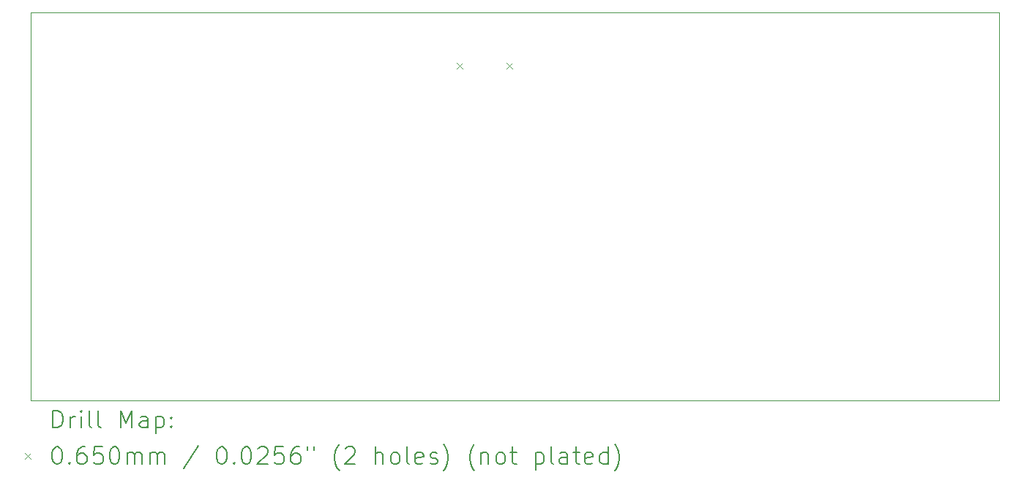
<source format=gbr>
%TF.GenerationSoftware,KiCad,Pcbnew,8.0.8*%
%TF.CreationDate,2025-01-24T14:07:33+01:00*%
%TF.ProjectId,pc1715-esp32vga,70633137-3135-42d6-9573-703332766761,2*%
%TF.SameCoordinates,Original*%
%TF.FileFunction,Drillmap*%
%TF.FilePolarity,Positive*%
%FSLAX45Y45*%
G04 Gerber Fmt 4.5, Leading zero omitted, Abs format (unit mm)*
G04 Created by KiCad (PCBNEW 8.0.8) date 2025-01-24 14:07:33*
%MOMM*%
%LPD*%
G01*
G04 APERTURE LIST*
%ADD10C,0.100000*%
%ADD11C,0.200000*%
G04 APERTURE END LIST*
D10*
X6000000Y-10000000D02*
X17200000Y-10000000D01*
X17200000Y-14500000D01*
X6000000Y-14500000D01*
X6000000Y-10000000D01*
D11*
D10*
X10925100Y-10591700D02*
X10990100Y-10656700D01*
X10990100Y-10591700D02*
X10925100Y-10656700D01*
X11503100Y-10591700D02*
X11568100Y-10656700D01*
X11568100Y-10591700D02*
X11503100Y-10656700D01*
D11*
X6255777Y-14816484D02*
X6255777Y-14616484D01*
X6255777Y-14616484D02*
X6303396Y-14616484D01*
X6303396Y-14616484D02*
X6331967Y-14626008D01*
X6331967Y-14626008D02*
X6351015Y-14645055D01*
X6351015Y-14645055D02*
X6360539Y-14664103D01*
X6360539Y-14664103D02*
X6370062Y-14702198D01*
X6370062Y-14702198D02*
X6370062Y-14730769D01*
X6370062Y-14730769D02*
X6360539Y-14768865D01*
X6360539Y-14768865D02*
X6351015Y-14787912D01*
X6351015Y-14787912D02*
X6331967Y-14806960D01*
X6331967Y-14806960D02*
X6303396Y-14816484D01*
X6303396Y-14816484D02*
X6255777Y-14816484D01*
X6455777Y-14816484D02*
X6455777Y-14683150D01*
X6455777Y-14721246D02*
X6465301Y-14702198D01*
X6465301Y-14702198D02*
X6474824Y-14692674D01*
X6474824Y-14692674D02*
X6493872Y-14683150D01*
X6493872Y-14683150D02*
X6512920Y-14683150D01*
X6579586Y-14816484D02*
X6579586Y-14683150D01*
X6579586Y-14616484D02*
X6570062Y-14626008D01*
X6570062Y-14626008D02*
X6579586Y-14635531D01*
X6579586Y-14635531D02*
X6589110Y-14626008D01*
X6589110Y-14626008D02*
X6579586Y-14616484D01*
X6579586Y-14616484D02*
X6579586Y-14635531D01*
X6703396Y-14816484D02*
X6684348Y-14806960D01*
X6684348Y-14806960D02*
X6674824Y-14787912D01*
X6674824Y-14787912D02*
X6674824Y-14616484D01*
X6808158Y-14816484D02*
X6789110Y-14806960D01*
X6789110Y-14806960D02*
X6779586Y-14787912D01*
X6779586Y-14787912D02*
X6779586Y-14616484D01*
X7036729Y-14816484D02*
X7036729Y-14616484D01*
X7036729Y-14616484D02*
X7103396Y-14759341D01*
X7103396Y-14759341D02*
X7170062Y-14616484D01*
X7170062Y-14616484D02*
X7170062Y-14816484D01*
X7351015Y-14816484D02*
X7351015Y-14711722D01*
X7351015Y-14711722D02*
X7341491Y-14692674D01*
X7341491Y-14692674D02*
X7322443Y-14683150D01*
X7322443Y-14683150D02*
X7284348Y-14683150D01*
X7284348Y-14683150D02*
X7265301Y-14692674D01*
X7351015Y-14806960D02*
X7331967Y-14816484D01*
X7331967Y-14816484D02*
X7284348Y-14816484D01*
X7284348Y-14816484D02*
X7265301Y-14806960D01*
X7265301Y-14806960D02*
X7255777Y-14787912D01*
X7255777Y-14787912D02*
X7255777Y-14768865D01*
X7255777Y-14768865D02*
X7265301Y-14749817D01*
X7265301Y-14749817D02*
X7284348Y-14740293D01*
X7284348Y-14740293D02*
X7331967Y-14740293D01*
X7331967Y-14740293D02*
X7351015Y-14730769D01*
X7446253Y-14683150D02*
X7446253Y-14883150D01*
X7446253Y-14692674D02*
X7465301Y-14683150D01*
X7465301Y-14683150D02*
X7503396Y-14683150D01*
X7503396Y-14683150D02*
X7522443Y-14692674D01*
X7522443Y-14692674D02*
X7531967Y-14702198D01*
X7531967Y-14702198D02*
X7541491Y-14721246D01*
X7541491Y-14721246D02*
X7541491Y-14778388D01*
X7541491Y-14778388D02*
X7531967Y-14797436D01*
X7531967Y-14797436D02*
X7522443Y-14806960D01*
X7522443Y-14806960D02*
X7503396Y-14816484D01*
X7503396Y-14816484D02*
X7465301Y-14816484D01*
X7465301Y-14816484D02*
X7446253Y-14806960D01*
X7627205Y-14797436D02*
X7636729Y-14806960D01*
X7636729Y-14806960D02*
X7627205Y-14816484D01*
X7627205Y-14816484D02*
X7617682Y-14806960D01*
X7617682Y-14806960D02*
X7627205Y-14797436D01*
X7627205Y-14797436D02*
X7627205Y-14816484D01*
X7627205Y-14692674D02*
X7636729Y-14702198D01*
X7636729Y-14702198D02*
X7627205Y-14711722D01*
X7627205Y-14711722D02*
X7617682Y-14702198D01*
X7617682Y-14702198D02*
X7627205Y-14692674D01*
X7627205Y-14692674D02*
X7627205Y-14711722D01*
D10*
X5930000Y-15112500D02*
X5995000Y-15177500D01*
X5995000Y-15112500D02*
X5930000Y-15177500D01*
D11*
X6293872Y-15036484D02*
X6312920Y-15036484D01*
X6312920Y-15036484D02*
X6331967Y-15046008D01*
X6331967Y-15046008D02*
X6341491Y-15055531D01*
X6341491Y-15055531D02*
X6351015Y-15074579D01*
X6351015Y-15074579D02*
X6360539Y-15112674D01*
X6360539Y-15112674D02*
X6360539Y-15160293D01*
X6360539Y-15160293D02*
X6351015Y-15198388D01*
X6351015Y-15198388D02*
X6341491Y-15217436D01*
X6341491Y-15217436D02*
X6331967Y-15226960D01*
X6331967Y-15226960D02*
X6312920Y-15236484D01*
X6312920Y-15236484D02*
X6293872Y-15236484D01*
X6293872Y-15236484D02*
X6274824Y-15226960D01*
X6274824Y-15226960D02*
X6265301Y-15217436D01*
X6265301Y-15217436D02*
X6255777Y-15198388D01*
X6255777Y-15198388D02*
X6246253Y-15160293D01*
X6246253Y-15160293D02*
X6246253Y-15112674D01*
X6246253Y-15112674D02*
X6255777Y-15074579D01*
X6255777Y-15074579D02*
X6265301Y-15055531D01*
X6265301Y-15055531D02*
X6274824Y-15046008D01*
X6274824Y-15046008D02*
X6293872Y-15036484D01*
X6446253Y-15217436D02*
X6455777Y-15226960D01*
X6455777Y-15226960D02*
X6446253Y-15236484D01*
X6446253Y-15236484D02*
X6436729Y-15226960D01*
X6436729Y-15226960D02*
X6446253Y-15217436D01*
X6446253Y-15217436D02*
X6446253Y-15236484D01*
X6627205Y-15036484D02*
X6589110Y-15036484D01*
X6589110Y-15036484D02*
X6570062Y-15046008D01*
X6570062Y-15046008D02*
X6560539Y-15055531D01*
X6560539Y-15055531D02*
X6541491Y-15084103D01*
X6541491Y-15084103D02*
X6531967Y-15122198D01*
X6531967Y-15122198D02*
X6531967Y-15198388D01*
X6531967Y-15198388D02*
X6541491Y-15217436D01*
X6541491Y-15217436D02*
X6551015Y-15226960D01*
X6551015Y-15226960D02*
X6570062Y-15236484D01*
X6570062Y-15236484D02*
X6608158Y-15236484D01*
X6608158Y-15236484D02*
X6627205Y-15226960D01*
X6627205Y-15226960D02*
X6636729Y-15217436D01*
X6636729Y-15217436D02*
X6646253Y-15198388D01*
X6646253Y-15198388D02*
X6646253Y-15150769D01*
X6646253Y-15150769D02*
X6636729Y-15131722D01*
X6636729Y-15131722D02*
X6627205Y-15122198D01*
X6627205Y-15122198D02*
X6608158Y-15112674D01*
X6608158Y-15112674D02*
X6570062Y-15112674D01*
X6570062Y-15112674D02*
X6551015Y-15122198D01*
X6551015Y-15122198D02*
X6541491Y-15131722D01*
X6541491Y-15131722D02*
X6531967Y-15150769D01*
X6827205Y-15036484D02*
X6731967Y-15036484D01*
X6731967Y-15036484D02*
X6722443Y-15131722D01*
X6722443Y-15131722D02*
X6731967Y-15122198D01*
X6731967Y-15122198D02*
X6751015Y-15112674D01*
X6751015Y-15112674D02*
X6798634Y-15112674D01*
X6798634Y-15112674D02*
X6817682Y-15122198D01*
X6817682Y-15122198D02*
X6827205Y-15131722D01*
X6827205Y-15131722D02*
X6836729Y-15150769D01*
X6836729Y-15150769D02*
X6836729Y-15198388D01*
X6836729Y-15198388D02*
X6827205Y-15217436D01*
X6827205Y-15217436D02*
X6817682Y-15226960D01*
X6817682Y-15226960D02*
X6798634Y-15236484D01*
X6798634Y-15236484D02*
X6751015Y-15236484D01*
X6751015Y-15236484D02*
X6731967Y-15226960D01*
X6731967Y-15226960D02*
X6722443Y-15217436D01*
X6960539Y-15036484D02*
X6979586Y-15036484D01*
X6979586Y-15036484D02*
X6998634Y-15046008D01*
X6998634Y-15046008D02*
X7008158Y-15055531D01*
X7008158Y-15055531D02*
X7017682Y-15074579D01*
X7017682Y-15074579D02*
X7027205Y-15112674D01*
X7027205Y-15112674D02*
X7027205Y-15160293D01*
X7027205Y-15160293D02*
X7017682Y-15198388D01*
X7017682Y-15198388D02*
X7008158Y-15217436D01*
X7008158Y-15217436D02*
X6998634Y-15226960D01*
X6998634Y-15226960D02*
X6979586Y-15236484D01*
X6979586Y-15236484D02*
X6960539Y-15236484D01*
X6960539Y-15236484D02*
X6941491Y-15226960D01*
X6941491Y-15226960D02*
X6931967Y-15217436D01*
X6931967Y-15217436D02*
X6922443Y-15198388D01*
X6922443Y-15198388D02*
X6912920Y-15160293D01*
X6912920Y-15160293D02*
X6912920Y-15112674D01*
X6912920Y-15112674D02*
X6922443Y-15074579D01*
X6922443Y-15074579D02*
X6931967Y-15055531D01*
X6931967Y-15055531D02*
X6941491Y-15046008D01*
X6941491Y-15046008D02*
X6960539Y-15036484D01*
X7112920Y-15236484D02*
X7112920Y-15103150D01*
X7112920Y-15122198D02*
X7122443Y-15112674D01*
X7122443Y-15112674D02*
X7141491Y-15103150D01*
X7141491Y-15103150D02*
X7170063Y-15103150D01*
X7170063Y-15103150D02*
X7189110Y-15112674D01*
X7189110Y-15112674D02*
X7198634Y-15131722D01*
X7198634Y-15131722D02*
X7198634Y-15236484D01*
X7198634Y-15131722D02*
X7208158Y-15112674D01*
X7208158Y-15112674D02*
X7227205Y-15103150D01*
X7227205Y-15103150D02*
X7255777Y-15103150D01*
X7255777Y-15103150D02*
X7274824Y-15112674D01*
X7274824Y-15112674D02*
X7284348Y-15131722D01*
X7284348Y-15131722D02*
X7284348Y-15236484D01*
X7379586Y-15236484D02*
X7379586Y-15103150D01*
X7379586Y-15122198D02*
X7389110Y-15112674D01*
X7389110Y-15112674D02*
X7408158Y-15103150D01*
X7408158Y-15103150D02*
X7436729Y-15103150D01*
X7436729Y-15103150D02*
X7455777Y-15112674D01*
X7455777Y-15112674D02*
X7465301Y-15131722D01*
X7465301Y-15131722D02*
X7465301Y-15236484D01*
X7465301Y-15131722D02*
X7474824Y-15112674D01*
X7474824Y-15112674D02*
X7493872Y-15103150D01*
X7493872Y-15103150D02*
X7522443Y-15103150D01*
X7522443Y-15103150D02*
X7541491Y-15112674D01*
X7541491Y-15112674D02*
X7551015Y-15131722D01*
X7551015Y-15131722D02*
X7551015Y-15236484D01*
X7941491Y-15026960D02*
X7770063Y-15284103D01*
X8198634Y-15036484D02*
X8217682Y-15036484D01*
X8217682Y-15036484D02*
X8236729Y-15046008D01*
X8236729Y-15046008D02*
X8246253Y-15055531D01*
X8246253Y-15055531D02*
X8255777Y-15074579D01*
X8255777Y-15074579D02*
X8265301Y-15112674D01*
X8265301Y-15112674D02*
X8265301Y-15160293D01*
X8265301Y-15160293D02*
X8255777Y-15198388D01*
X8255777Y-15198388D02*
X8246253Y-15217436D01*
X8246253Y-15217436D02*
X8236729Y-15226960D01*
X8236729Y-15226960D02*
X8217682Y-15236484D01*
X8217682Y-15236484D02*
X8198634Y-15236484D01*
X8198634Y-15236484D02*
X8179586Y-15226960D01*
X8179586Y-15226960D02*
X8170063Y-15217436D01*
X8170063Y-15217436D02*
X8160539Y-15198388D01*
X8160539Y-15198388D02*
X8151015Y-15160293D01*
X8151015Y-15160293D02*
X8151015Y-15112674D01*
X8151015Y-15112674D02*
X8160539Y-15074579D01*
X8160539Y-15074579D02*
X8170063Y-15055531D01*
X8170063Y-15055531D02*
X8179586Y-15046008D01*
X8179586Y-15046008D02*
X8198634Y-15036484D01*
X8351015Y-15217436D02*
X8360539Y-15226960D01*
X8360539Y-15226960D02*
X8351015Y-15236484D01*
X8351015Y-15236484D02*
X8341491Y-15226960D01*
X8341491Y-15226960D02*
X8351015Y-15217436D01*
X8351015Y-15217436D02*
X8351015Y-15236484D01*
X8484348Y-15036484D02*
X8503396Y-15036484D01*
X8503396Y-15036484D02*
X8522444Y-15046008D01*
X8522444Y-15046008D02*
X8531968Y-15055531D01*
X8531968Y-15055531D02*
X8541491Y-15074579D01*
X8541491Y-15074579D02*
X8551015Y-15112674D01*
X8551015Y-15112674D02*
X8551015Y-15160293D01*
X8551015Y-15160293D02*
X8541491Y-15198388D01*
X8541491Y-15198388D02*
X8531968Y-15217436D01*
X8531968Y-15217436D02*
X8522444Y-15226960D01*
X8522444Y-15226960D02*
X8503396Y-15236484D01*
X8503396Y-15236484D02*
X8484348Y-15236484D01*
X8484348Y-15236484D02*
X8465301Y-15226960D01*
X8465301Y-15226960D02*
X8455777Y-15217436D01*
X8455777Y-15217436D02*
X8446253Y-15198388D01*
X8446253Y-15198388D02*
X8436729Y-15160293D01*
X8436729Y-15160293D02*
X8436729Y-15112674D01*
X8436729Y-15112674D02*
X8446253Y-15074579D01*
X8446253Y-15074579D02*
X8455777Y-15055531D01*
X8455777Y-15055531D02*
X8465301Y-15046008D01*
X8465301Y-15046008D02*
X8484348Y-15036484D01*
X8627206Y-15055531D02*
X8636729Y-15046008D01*
X8636729Y-15046008D02*
X8655777Y-15036484D01*
X8655777Y-15036484D02*
X8703396Y-15036484D01*
X8703396Y-15036484D02*
X8722444Y-15046008D01*
X8722444Y-15046008D02*
X8731968Y-15055531D01*
X8731968Y-15055531D02*
X8741491Y-15074579D01*
X8741491Y-15074579D02*
X8741491Y-15093627D01*
X8741491Y-15093627D02*
X8731968Y-15122198D01*
X8731968Y-15122198D02*
X8617682Y-15236484D01*
X8617682Y-15236484D02*
X8741491Y-15236484D01*
X8922444Y-15036484D02*
X8827206Y-15036484D01*
X8827206Y-15036484D02*
X8817682Y-15131722D01*
X8817682Y-15131722D02*
X8827206Y-15122198D01*
X8827206Y-15122198D02*
X8846253Y-15112674D01*
X8846253Y-15112674D02*
X8893872Y-15112674D01*
X8893872Y-15112674D02*
X8912920Y-15122198D01*
X8912920Y-15122198D02*
X8922444Y-15131722D01*
X8922444Y-15131722D02*
X8931968Y-15150769D01*
X8931968Y-15150769D02*
X8931968Y-15198388D01*
X8931968Y-15198388D02*
X8922444Y-15217436D01*
X8922444Y-15217436D02*
X8912920Y-15226960D01*
X8912920Y-15226960D02*
X8893872Y-15236484D01*
X8893872Y-15236484D02*
X8846253Y-15236484D01*
X8846253Y-15236484D02*
X8827206Y-15226960D01*
X8827206Y-15226960D02*
X8817682Y-15217436D01*
X9103396Y-15036484D02*
X9065301Y-15036484D01*
X9065301Y-15036484D02*
X9046253Y-15046008D01*
X9046253Y-15046008D02*
X9036729Y-15055531D01*
X9036729Y-15055531D02*
X9017682Y-15084103D01*
X9017682Y-15084103D02*
X9008158Y-15122198D01*
X9008158Y-15122198D02*
X9008158Y-15198388D01*
X9008158Y-15198388D02*
X9017682Y-15217436D01*
X9017682Y-15217436D02*
X9027206Y-15226960D01*
X9027206Y-15226960D02*
X9046253Y-15236484D01*
X9046253Y-15236484D02*
X9084349Y-15236484D01*
X9084349Y-15236484D02*
X9103396Y-15226960D01*
X9103396Y-15226960D02*
X9112920Y-15217436D01*
X9112920Y-15217436D02*
X9122444Y-15198388D01*
X9122444Y-15198388D02*
X9122444Y-15150769D01*
X9122444Y-15150769D02*
X9112920Y-15131722D01*
X9112920Y-15131722D02*
X9103396Y-15122198D01*
X9103396Y-15122198D02*
X9084349Y-15112674D01*
X9084349Y-15112674D02*
X9046253Y-15112674D01*
X9046253Y-15112674D02*
X9027206Y-15122198D01*
X9027206Y-15122198D02*
X9017682Y-15131722D01*
X9017682Y-15131722D02*
X9008158Y-15150769D01*
X9198634Y-15036484D02*
X9198634Y-15074579D01*
X9274825Y-15036484D02*
X9274825Y-15074579D01*
X9570063Y-15312674D02*
X9560539Y-15303150D01*
X9560539Y-15303150D02*
X9541491Y-15274579D01*
X9541491Y-15274579D02*
X9531968Y-15255531D01*
X9531968Y-15255531D02*
X9522444Y-15226960D01*
X9522444Y-15226960D02*
X9512920Y-15179341D01*
X9512920Y-15179341D02*
X9512920Y-15141246D01*
X9512920Y-15141246D02*
X9522444Y-15093627D01*
X9522444Y-15093627D02*
X9531968Y-15065055D01*
X9531968Y-15065055D02*
X9541491Y-15046008D01*
X9541491Y-15046008D02*
X9560539Y-15017436D01*
X9560539Y-15017436D02*
X9570063Y-15007912D01*
X9636730Y-15055531D02*
X9646253Y-15046008D01*
X9646253Y-15046008D02*
X9665301Y-15036484D01*
X9665301Y-15036484D02*
X9712920Y-15036484D01*
X9712920Y-15036484D02*
X9731968Y-15046008D01*
X9731968Y-15046008D02*
X9741491Y-15055531D01*
X9741491Y-15055531D02*
X9751015Y-15074579D01*
X9751015Y-15074579D02*
X9751015Y-15093627D01*
X9751015Y-15093627D02*
X9741491Y-15122198D01*
X9741491Y-15122198D02*
X9627206Y-15236484D01*
X9627206Y-15236484D02*
X9751015Y-15236484D01*
X9989111Y-15236484D02*
X9989111Y-15036484D01*
X10074825Y-15236484D02*
X10074825Y-15131722D01*
X10074825Y-15131722D02*
X10065301Y-15112674D01*
X10065301Y-15112674D02*
X10046253Y-15103150D01*
X10046253Y-15103150D02*
X10017682Y-15103150D01*
X10017682Y-15103150D02*
X9998634Y-15112674D01*
X9998634Y-15112674D02*
X9989111Y-15122198D01*
X10198634Y-15236484D02*
X10179587Y-15226960D01*
X10179587Y-15226960D02*
X10170063Y-15217436D01*
X10170063Y-15217436D02*
X10160539Y-15198388D01*
X10160539Y-15198388D02*
X10160539Y-15141246D01*
X10160539Y-15141246D02*
X10170063Y-15122198D01*
X10170063Y-15122198D02*
X10179587Y-15112674D01*
X10179587Y-15112674D02*
X10198634Y-15103150D01*
X10198634Y-15103150D02*
X10227206Y-15103150D01*
X10227206Y-15103150D02*
X10246253Y-15112674D01*
X10246253Y-15112674D02*
X10255777Y-15122198D01*
X10255777Y-15122198D02*
X10265301Y-15141246D01*
X10265301Y-15141246D02*
X10265301Y-15198388D01*
X10265301Y-15198388D02*
X10255777Y-15217436D01*
X10255777Y-15217436D02*
X10246253Y-15226960D01*
X10246253Y-15226960D02*
X10227206Y-15236484D01*
X10227206Y-15236484D02*
X10198634Y-15236484D01*
X10379587Y-15236484D02*
X10360539Y-15226960D01*
X10360539Y-15226960D02*
X10351015Y-15207912D01*
X10351015Y-15207912D02*
X10351015Y-15036484D01*
X10531968Y-15226960D02*
X10512920Y-15236484D01*
X10512920Y-15236484D02*
X10474825Y-15236484D01*
X10474825Y-15236484D02*
X10455777Y-15226960D01*
X10455777Y-15226960D02*
X10446253Y-15207912D01*
X10446253Y-15207912D02*
X10446253Y-15131722D01*
X10446253Y-15131722D02*
X10455777Y-15112674D01*
X10455777Y-15112674D02*
X10474825Y-15103150D01*
X10474825Y-15103150D02*
X10512920Y-15103150D01*
X10512920Y-15103150D02*
X10531968Y-15112674D01*
X10531968Y-15112674D02*
X10541492Y-15131722D01*
X10541492Y-15131722D02*
X10541492Y-15150769D01*
X10541492Y-15150769D02*
X10446253Y-15169817D01*
X10617682Y-15226960D02*
X10636730Y-15236484D01*
X10636730Y-15236484D02*
X10674825Y-15236484D01*
X10674825Y-15236484D02*
X10693873Y-15226960D01*
X10693873Y-15226960D02*
X10703396Y-15207912D01*
X10703396Y-15207912D02*
X10703396Y-15198388D01*
X10703396Y-15198388D02*
X10693873Y-15179341D01*
X10693873Y-15179341D02*
X10674825Y-15169817D01*
X10674825Y-15169817D02*
X10646253Y-15169817D01*
X10646253Y-15169817D02*
X10627206Y-15160293D01*
X10627206Y-15160293D02*
X10617682Y-15141246D01*
X10617682Y-15141246D02*
X10617682Y-15131722D01*
X10617682Y-15131722D02*
X10627206Y-15112674D01*
X10627206Y-15112674D02*
X10646253Y-15103150D01*
X10646253Y-15103150D02*
X10674825Y-15103150D01*
X10674825Y-15103150D02*
X10693873Y-15112674D01*
X10770063Y-15312674D02*
X10779587Y-15303150D01*
X10779587Y-15303150D02*
X10798634Y-15274579D01*
X10798634Y-15274579D02*
X10808158Y-15255531D01*
X10808158Y-15255531D02*
X10817682Y-15226960D01*
X10817682Y-15226960D02*
X10827206Y-15179341D01*
X10827206Y-15179341D02*
X10827206Y-15141246D01*
X10827206Y-15141246D02*
X10817682Y-15093627D01*
X10817682Y-15093627D02*
X10808158Y-15065055D01*
X10808158Y-15065055D02*
X10798634Y-15046008D01*
X10798634Y-15046008D02*
X10779587Y-15017436D01*
X10779587Y-15017436D02*
X10770063Y-15007912D01*
X11131968Y-15312674D02*
X11122444Y-15303150D01*
X11122444Y-15303150D02*
X11103396Y-15274579D01*
X11103396Y-15274579D02*
X11093873Y-15255531D01*
X11093873Y-15255531D02*
X11084349Y-15226960D01*
X11084349Y-15226960D02*
X11074825Y-15179341D01*
X11074825Y-15179341D02*
X11074825Y-15141246D01*
X11074825Y-15141246D02*
X11084349Y-15093627D01*
X11084349Y-15093627D02*
X11093873Y-15065055D01*
X11093873Y-15065055D02*
X11103396Y-15046008D01*
X11103396Y-15046008D02*
X11122444Y-15017436D01*
X11122444Y-15017436D02*
X11131968Y-15007912D01*
X11208158Y-15103150D02*
X11208158Y-15236484D01*
X11208158Y-15122198D02*
X11217682Y-15112674D01*
X11217682Y-15112674D02*
X11236730Y-15103150D01*
X11236730Y-15103150D02*
X11265301Y-15103150D01*
X11265301Y-15103150D02*
X11284349Y-15112674D01*
X11284349Y-15112674D02*
X11293872Y-15131722D01*
X11293872Y-15131722D02*
X11293872Y-15236484D01*
X11417682Y-15236484D02*
X11398634Y-15226960D01*
X11398634Y-15226960D02*
X11389111Y-15217436D01*
X11389111Y-15217436D02*
X11379587Y-15198388D01*
X11379587Y-15198388D02*
X11379587Y-15141246D01*
X11379587Y-15141246D02*
X11389111Y-15122198D01*
X11389111Y-15122198D02*
X11398634Y-15112674D01*
X11398634Y-15112674D02*
X11417682Y-15103150D01*
X11417682Y-15103150D02*
X11446253Y-15103150D01*
X11446253Y-15103150D02*
X11465301Y-15112674D01*
X11465301Y-15112674D02*
X11474825Y-15122198D01*
X11474825Y-15122198D02*
X11484349Y-15141246D01*
X11484349Y-15141246D02*
X11484349Y-15198388D01*
X11484349Y-15198388D02*
X11474825Y-15217436D01*
X11474825Y-15217436D02*
X11465301Y-15226960D01*
X11465301Y-15226960D02*
X11446253Y-15236484D01*
X11446253Y-15236484D02*
X11417682Y-15236484D01*
X11541492Y-15103150D02*
X11617682Y-15103150D01*
X11570063Y-15036484D02*
X11570063Y-15207912D01*
X11570063Y-15207912D02*
X11579587Y-15226960D01*
X11579587Y-15226960D02*
X11598634Y-15236484D01*
X11598634Y-15236484D02*
X11617682Y-15236484D01*
X11836730Y-15103150D02*
X11836730Y-15303150D01*
X11836730Y-15112674D02*
X11855777Y-15103150D01*
X11855777Y-15103150D02*
X11893873Y-15103150D01*
X11893873Y-15103150D02*
X11912920Y-15112674D01*
X11912920Y-15112674D02*
X11922444Y-15122198D01*
X11922444Y-15122198D02*
X11931968Y-15141246D01*
X11931968Y-15141246D02*
X11931968Y-15198388D01*
X11931968Y-15198388D02*
X11922444Y-15217436D01*
X11922444Y-15217436D02*
X11912920Y-15226960D01*
X11912920Y-15226960D02*
X11893873Y-15236484D01*
X11893873Y-15236484D02*
X11855777Y-15236484D01*
X11855777Y-15236484D02*
X11836730Y-15226960D01*
X12046253Y-15236484D02*
X12027206Y-15226960D01*
X12027206Y-15226960D02*
X12017682Y-15207912D01*
X12017682Y-15207912D02*
X12017682Y-15036484D01*
X12208158Y-15236484D02*
X12208158Y-15131722D01*
X12208158Y-15131722D02*
X12198634Y-15112674D01*
X12198634Y-15112674D02*
X12179587Y-15103150D01*
X12179587Y-15103150D02*
X12141492Y-15103150D01*
X12141492Y-15103150D02*
X12122444Y-15112674D01*
X12208158Y-15226960D02*
X12189111Y-15236484D01*
X12189111Y-15236484D02*
X12141492Y-15236484D01*
X12141492Y-15236484D02*
X12122444Y-15226960D01*
X12122444Y-15226960D02*
X12112920Y-15207912D01*
X12112920Y-15207912D02*
X12112920Y-15188865D01*
X12112920Y-15188865D02*
X12122444Y-15169817D01*
X12122444Y-15169817D02*
X12141492Y-15160293D01*
X12141492Y-15160293D02*
X12189111Y-15160293D01*
X12189111Y-15160293D02*
X12208158Y-15150769D01*
X12274825Y-15103150D02*
X12351015Y-15103150D01*
X12303396Y-15036484D02*
X12303396Y-15207912D01*
X12303396Y-15207912D02*
X12312920Y-15226960D01*
X12312920Y-15226960D02*
X12331968Y-15236484D01*
X12331968Y-15236484D02*
X12351015Y-15236484D01*
X12493873Y-15226960D02*
X12474825Y-15236484D01*
X12474825Y-15236484D02*
X12436730Y-15236484D01*
X12436730Y-15236484D02*
X12417682Y-15226960D01*
X12417682Y-15226960D02*
X12408158Y-15207912D01*
X12408158Y-15207912D02*
X12408158Y-15131722D01*
X12408158Y-15131722D02*
X12417682Y-15112674D01*
X12417682Y-15112674D02*
X12436730Y-15103150D01*
X12436730Y-15103150D02*
X12474825Y-15103150D01*
X12474825Y-15103150D02*
X12493873Y-15112674D01*
X12493873Y-15112674D02*
X12503396Y-15131722D01*
X12503396Y-15131722D02*
X12503396Y-15150769D01*
X12503396Y-15150769D02*
X12408158Y-15169817D01*
X12674825Y-15236484D02*
X12674825Y-15036484D01*
X12674825Y-15226960D02*
X12655777Y-15236484D01*
X12655777Y-15236484D02*
X12617682Y-15236484D01*
X12617682Y-15236484D02*
X12598634Y-15226960D01*
X12598634Y-15226960D02*
X12589111Y-15217436D01*
X12589111Y-15217436D02*
X12579587Y-15198388D01*
X12579587Y-15198388D02*
X12579587Y-15141246D01*
X12579587Y-15141246D02*
X12589111Y-15122198D01*
X12589111Y-15122198D02*
X12598634Y-15112674D01*
X12598634Y-15112674D02*
X12617682Y-15103150D01*
X12617682Y-15103150D02*
X12655777Y-15103150D01*
X12655777Y-15103150D02*
X12674825Y-15112674D01*
X12751015Y-15312674D02*
X12760539Y-15303150D01*
X12760539Y-15303150D02*
X12779587Y-15274579D01*
X12779587Y-15274579D02*
X12789111Y-15255531D01*
X12789111Y-15255531D02*
X12798634Y-15226960D01*
X12798634Y-15226960D02*
X12808158Y-15179341D01*
X12808158Y-15179341D02*
X12808158Y-15141246D01*
X12808158Y-15141246D02*
X12798634Y-15093627D01*
X12798634Y-15093627D02*
X12789111Y-15065055D01*
X12789111Y-15065055D02*
X12779587Y-15046008D01*
X12779587Y-15046008D02*
X12760539Y-15017436D01*
X12760539Y-15017436D02*
X12751015Y-15007912D01*
M02*

</source>
